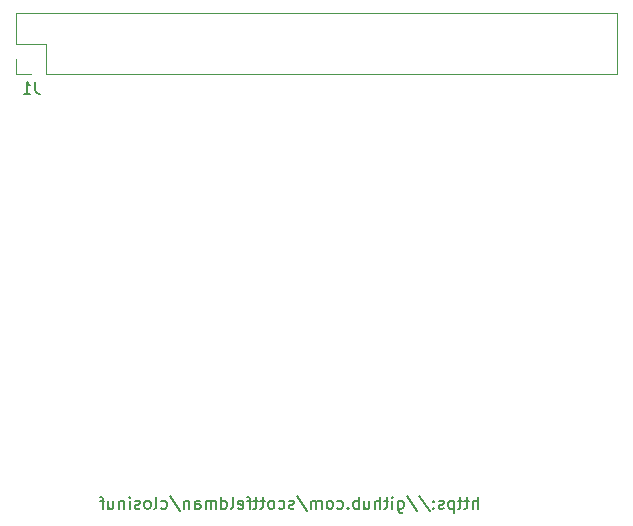
<source format=gbo>
%TF.GenerationSoftware,KiCad,Pcbnew,9.0.7*%
%TF.CreationDate,2026-01-29T23:32:27-08:00*%
%TF.ProjectId,encoders,656e636f-6465-4727-932e-6b696361645f,rev?*%
%TF.SameCoordinates,Original*%
%TF.FileFunction,Legend,Bot*%
%TF.FilePolarity,Positive*%
%FSLAX46Y46*%
G04 Gerber Fmt 4.6, Leading zero omitted, Abs format (unit mm)*
G04 Created by KiCad (PCBNEW 9.0.7) date 2026-01-29 23:32:27*
%MOMM*%
%LPD*%
G01*
G04 APERTURE LIST*
%ADD10C,0.150000*%
%ADD11C,0.120000*%
G04 APERTURE END LIST*
D10*
X146163220Y-86869819D02*
X146163220Y-85869819D01*
X145734649Y-86869819D02*
X145734649Y-86346009D01*
X145734649Y-86346009D02*
X145782268Y-86250771D01*
X145782268Y-86250771D02*
X145877506Y-86203152D01*
X145877506Y-86203152D02*
X146020363Y-86203152D01*
X146020363Y-86203152D02*
X146115601Y-86250771D01*
X146115601Y-86250771D02*
X146163220Y-86298390D01*
X145401315Y-86203152D02*
X145020363Y-86203152D01*
X145258458Y-85869819D02*
X145258458Y-86726961D01*
X145258458Y-86726961D02*
X145210839Y-86822200D01*
X145210839Y-86822200D02*
X145115601Y-86869819D01*
X145115601Y-86869819D02*
X145020363Y-86869819D01*
X144829886Y-86203152D02*
X144448934Y-86203152D01*
X144687029Y-85869819D02*
X144687029Y-86726961D01*
X144687029Y-86726961D02*
X144639410Y-86822200D01*
X144639410Y-86822200D02*
X144544172Y-86869819D01*
X144544172Y-86869819D02*
X144448934Y-86869819D01*
X144115600Y-86203152D02*
X144115600Y-87203152D01*
X144115600Y-86250771D02*
X144020362Y-86203152D01*
X144020362Y-86203152D02*
X143829886Y-86203152D01*
X143829886Y-86203152D02*
X143734648Y-86250771D01*
X143734648Y-86250771D02*
X143687029Y-86298390D01*
X143687029Y-86298390D02*
X143639410Y-86393628D01*
X143639410Y-86393628D02*
X143639410Y-86679342D01*
X143639410Y-86679342D02*
X143687029Y-86774580D01*
X143687029Y-86774580D02*
X143734648Y-86822200D01*
X143734648Y-86822200D02*
X143829886Y-86869819D01*
X143829886Y-86869819D02*
X144020362Y-86869819D01*
X144020362Y-86869819D02*
X144115600Y-86822200D01*
X143258457Y-86822200D02*
X143163219Y-86869819D01*
X143163219Y-86869819D02*
X142972743Y-86869819D01*
X142972743Y-86869819D02*
X142877505Y-86822200D01*
X142877505Y-86822200D02*
X142829886Y-86726961D01*
X142829886Y-86726961D02*
X142829886Y-86679342D01*
X142829886Y-86679342D02*
X142877505Y-86584104D01*
X142877505Y-86584104D02*
X142972743Y-86536485D01*
X142972743Y-86536485D02*
X143115600Y-86536485D01*
X143115600Y-86536485D02*
X143210838Y-86488866D01*
X143210838Y-86488866D02*
X143258457Y-86393628D01*
X143258457Y-86393628D02*
X143258457Y-86346009D01*
X143258457Y-86346009D02*
X143210838Y-86250771D01*
X143210838Y-86250771D02*
X143115600Y-86203152D01*
X143115600Y-86203152D02*
X142972743Y-86203152D01*
X142972743Y-86203152D02*
X142877505Y-86250771D01*
X142401314Y-86774580D02*
X142353695Y-86822200D01*
X142353695Y-86822200D02*
X142401314Y-86869819D01*
X142401314Y-86869819D02*
X142448933Y-86822200D01*
X142448933Y-86822200D02*
X142401314Y-86774580D01*
X142401314Y-86774580D02*
X142401314Y-86869819D01*
X142401314Y-86250771D02*
X142353695Y-86298390D01*
X142353695Y-86298390D02*
X142401314Y-86346009D01*
X142401314Y-86346009D02*
X142448933Y-86298390D01*
X142448933Y-86298390D02*
X142401314Y-86250771D01*
X142401314Y-86250771D02*
X142401314Y-86346009D01*
X141210839Y-85822200D02*
X142067981Y-87107914D01*
X140163220Y-85822200D02*
X141020362Y-87107914D01*
X139401315Y-86203152D02*
X139401315Y-87012676D01*
X139401315Y-87012676D02*
X139448934Y-87107914D01*
X139448934Y-87107914D02*
X139496553Y-87155533D01*
X139496553Y-87155533D02*
X139591791Y-87203152D01*
X139591791Y-87203152D02*
X139734648Y-87203152D01*
X139734648Y-87203152D02*
X139829886Y-87155533D01*
X139401315Y-86822200D02*
X139496553Y-86869819D01*
X139496553Y-86869819D02*
X139687029Y-86869819D01*
X139687029Y-86869819D02*
X139782267Y-86822200D01*
X139782267Y-86822200D02*
X139829886Y-86774580D01*
X139829886Y-86774580D02*
X139877505Y-86679342D01*
X139877505Y-86679342D02*
X139877505Y-86393628D01*
X139877505Y-86393628D02*
X139829886Y-86298390D01*
X139829886Y-86298390D02*
X139782267Y-86250771D01*
X139782267Y-86250771D02*
X139687029Y-86203152D01*
X139687029Y-86203152D02*
X139496553Y-86203152D01*
X139496553Y-86203152D02*
X139401315Y-86250771D01*
X138925124Y-86869819D02*
X138925124Y-86203152D01*
X138925124Y-85869819D02*
X138972743Y-85917438D01*
X138972743Y-85917438D02*
X138925124Y-85965057D01*
X138925124Y-85965057D02*
X138877505Y-85917438D01*
X138877505Y-85917438D02*
X138925124Y-85869819D01*
X138925124Y-85869819D02*
X138925124Y-85965057D01*
X138591791Y-86203152D02*
X138210839Y-86203152D01*
X138448934Y-85869819D02*
X138448934Y-86726961D01*
X138448934Y-86726961D02*
X138401315Y-86822200D01*
X138401315Y-86822200D02*
X138306077Y-86869819D01*
X138306077Y-86869819D02*
X138210839Y-86869819D01*
X137877505Y-86869819D02*
X137877505Y-85869819D01*
X137448934Y-86869819D02*
X137448934Y-86346009D01*
X137448934Y-86346009D02*
X137496553Y-86250771D01*
X137496553Y-86250771D02*
X137591791Y-86203152D01*
X137591791Y-86203152D02*
X137734648Y-86203152D01*
X137734648Y-86203152D02*
X137829886Y-86250771D01*
X137829886Y-86250771D02*
X137877505Y-86298390D01*
X136544172Y-86203152D02*
X136544172Y-86869819D01*
X136972743Y-86203152D02*
X136972743Y-86726961D01*
X136972743Y-86726961D02*
X136925124Y-86822200D01*
X136925124Y-86822200D02*
X136829886Y-86869819D01*
X136829886Y-86869819D02*
X136687029Y-86869819D01*
X136687029Y-86869819D02*
X136591791Y-86822200D01*
X136591791Y-86822200D02*
X136544172Y-86774580D01*
X136067981Y-86869819D02*
X136067981Y-85869819D01*
X136067981Y-86250771D02*
X135972743Y-86203152D01*
X135972743Y-86203152D02*
X135782267Y-86203152D01*
X135782267Y-86203152D02*
X135687029Y-86250771D01*
X135687029Y-86250771D02*
X135639410Y-86298390D01*
X135639410Y-86298390D02*
X135591791Y-86393628D01*
X135591791Y-86393628D02*
X135591791Y-86679342D01*
X135591791Y-86679342D02*
X135639410Y-86774580D01*
X135639410Y-86774580D02*
X135687029Y-86822200D01*
X135687029Y-86822200D02*
X135782267Y-86869819D01*
X135782267Y-86869819D02*
X135972743Y-86869819D01*
X135972743Y-86869819D02*
X136067981Y-86822200D01*
X135163219Y-86774580D02*
X135115600Y-86822200D01*
X135115600Y-86822200D02*
X135163219Y-86869819D01*
X135163219Y-86869819D02*
X135210838Y-86822200D01*
X135210838Y-86822200D02*
X135163219Y-86774580D01*
X135163219Y-86774580D02*
X135163219Y-86869819D01*
X134258458Y-86822200D02*
X134353696Y-86869819D01*
X134353696Y-86869819D02*
X134544172Y-86869819D01*
X134544172Y-86869819D02*
X134639410Y-86822200D01*
X134639410Y-86822200D02*
X134687029Y-86774580D01*
X134687029Y-86774580D02*
X134734648Y-86679342D01*
X134734648Y-86679342D02*
X134734648Y-86393628D01*
X134734648Y-86393628D02*
X134687029Y-86298390D01*
X134687029Y-86298390D02*
X134639410Y-86250771D01*
X134639410Y-86250771D02*
X134544172Y-86203152D01*
X134544172Y-86203152D02*
X134353696Y-86203152D01*
X134353696Y-86203152D02*
X134258458Y-86250771D01*
X133687029Y-86869819D02*
X133782267Y-86822200D01*
X133782267Y-86822200D02*
X133829886Y-86774580D01*
X133829886Y-86774580D02*
X133877505Y-86679342D01*
X133877505Y-86679342D02*
X133877505Y-86393628D01*
X133877505Y-86393628D02*
X133829886Y-86298390D01*
X133829886Y-86298390D02*
X133782267Y-86250771D01*
X133782267Y-86250771D02*
X133687029Y-86203152D01*
X133687029Y-86203152D02*
X133544172Y-86203152D01*
X133544172Y-86203152D02*
X133448934Y-86250771D01*
X133448934Y-86250771D02*
X133401315Y-86298390D01*
X133401315Y-86298390D02*
X133353696Y-86393628D01*
X133353696Y-86393628D02*
X133353696Y-86679342D01*
X133353696Y-86679342D02*
X133401315Y-86774580D01*
X133401315Y-86774580D02*
X133448934Y-86822200D01*
X133448934Y-86822200D02*
X133544172Y-86869819D01*
X133544172Y-86869819D02*
X133687029Y-86869819D01*
X132925124Y-86869819D02*
X132925124Y-86203152D01*
X132925124Y-86298390D02*
X132877505Y-86250771D01*
X132877505Y-86250771D02*
X132782267Y-86203152D01*
X132782267Y-86203152D02*
X132639410Y-86203152D01*
X132639410Y-86203152D02*
X132544172Y-86250771D01*
X132544172Y-86250771D02*
X132496553Y-86346009D01*
X132496553Y-86346009D02*
X132496553Y-86869819D01*
X132496553Y-86346009D02*
X132448934Y-86250771D01*
X132448934Y-86250771D02*
X132353696Y-86203152D01*
X132353696Y-86203152D02*
X132210839Y-86203152D01*
X132210839Y-86203152D02*
X132115600Y-86250771D01*
X132115600Y-86250771D02*
X132067981Y-86346009D01*
X132067981Y-86346009D02*
X132067981Y-86869819D01*
X130877506Y-85822200D02*
X131734648Y-87107914D01*
X130591791Y-86822200D02*
X130496553Y-86869819D01*
X130496553Y-86869819D02*
X130306077Y-86869819D01*
X130306077Y-86869819D02*
X130210839Y-86822200D01*
X130210839Y-86822200D02*
X130163220Y-86726961D01*
X130163220Y-86726961D02*
X130163220Y-86679342D01*
X130163220Y-86679342D02*
X130210839Y-86584104D01*
X130210839Y-86584104D02*
X130306077Y-86536485D01*
X130306077Y-86536485D02*
X130448934Y-86536485D01*
X130448934Y-86536485D02*
X130544172Y-86488866D01*
X130544172Y-86488866D02*
X130591791Y-86393628D01*
X130591791Y-86393628D02*
X130591791Y-86346009D01*
X130591791Y-86346009D02*
X130544172Y-86250771D01*
X130544172Y-86250771D02*
X130448934Y-86203152D01*
X130448934Y-86203152D02*
X130306077Y-86203152D01*
X130306077Y-86203152D02*
X130210839Y-86250771D01*
X129306077Y-86822200D02*
X129401315Y-86869819D01*
X129401315Y-86869819D02*
X129591791Y-86869819D01*
X129591791Y-86869819D02*
X129687029Y-86822200D01*
X129687029Y-86822200D02*
X129734648Y-86774580D01*
X129734648Y-86774580D02*
X129782267Y-86679342D01*
X129782267Y-86679342D02*
X129782267Y-86393628D01*
X129782267Y-86393628D02*
X129734648Y-86298390D01*
X129734648Y-86298390D02*
X129687029Y-86250771D01*
X129687029Y-86250771D02*
X129591791Y-86203152D01*
X129591791Y-86203152D02*
X129401315Y-86203152D01*
X129401315Y-86203152D02*
X129306077Y-86250771D01*
X128734648Y-86869819D02*
X128829886Y-86822200D01*
X128829886Y-86822200D02*
X128877505Y-86774580D01*
X128877505Y-86774580D02*
X128925124Y-86679342D01*
X128925124Y-86679342D02*
X128925124Y-86393628D01*
X128925124Y-86393628D02*
X128877505Y-86298390D01*
X128877505Y-86298390D02*
X128829886Y-86250771D01*
X128829886Y-86250771D02*
X128734648Y-86203152D01*
X128734648Y-86203152D02*
X128591791Y-86203152D01*
X128591791Y-86203152D02*
X128496553Y-86250771D01*
X128496553Y-86250771D02*
X128448934Y-86298390D01*
X128448934Y-86298390D02*
X128401315Y-86393628D01*
X128401315Y-86393628D02*
X128401315Y-86679342D01*
X128401315Y-86679342D02*
X128448934Y-86774580D01*
X128448934Y-86774580D02*
X128496553Y-86822200D01*
X128496553Y-86822200D02*
X128591791Y-86869819D01*
X128591791Y-86869819D02*
X128734648Y-86869819D01*
X128115600Y-86203152D02*
X127734648Y-86203152D01*
X127972743Y-85869819D02*
X127972743Y-86726961D01*
X127972743Y-86726961D02*
X127925124Y-86822200D01*
X127925124Y-86822200D02*
X127829886Y-86869819D01*
X127829886Y-86869819D02*
X127734648Y-86869819D01*
X127544171Y-86203152D02*
X127163219Y-86203152D01*
X127401314Y-85869819D02*
X127401314Y-86726961D01*
X127401314Y-86726961D02*
X127353695Y-86822200D01*
X127353695Y-86822200D02*
X127258457Y-86869819D01*
X127258457Y-86869819D02*
X127163219Y-86869819D01*
X126972742Y-86203152D02*
X126591790Y-86203152D01*
X126829885Y-86869819D02*
X126829885Y-86012676D01*
X126829885Y-86012676D02*
X126782266Y-85917438D01*
X126782266Y-85917438D02*
X126687028Y-85869819D01*
X126687028Y-85869819D02*
X126591790Y-85869819D01*
X125877504Y-86822200D02*
X125972742Y-86869819D01*
X125972742Y-86869819D02*
X126163218Y-86869819D01*
X126163218Y-86869819D02*
X126258456Y-86822200D01*
X126258456Y-86822200D02*
X126306075Y-86726961D01*
X126306075Y-86726961D02*
X126306075Y-86346009D01*
X126306075Y-86346009D02*
X126258456Y-86250771D01*
X126258456Y-86250771D02*
X126163218Y-86203152D01*
X126163218Y-86203152D02*
X125972742Y-86203152D01*
X125972742Y-86203152D02*
X125877504Y-86250771D01*
X125877504Y-86250771D02*
X125829885Y-86346009D01*
X125829885Y-86346009D02*
X125829885Y-86441247D01*
X125829885Y-86441247D02*
X126306075Y-86536485D01*
X125258456Y-86869819D02*
X125353694Y-86822200D01*
X125353694Y-86822200D02*
X125401313Y-86726961D01*
X125401313Y-86726961D02*
X125401313Y-85869819D01*
X124448932Y-86869819D02*
X124448932Y-85869819D01*
X124448932Y-86822200D02*
X124544170Y-86869819D01*
X124544170Y-86869819D02*
X124734646Y-86869819D01*
X124734646Y-86869819D02*
X124829884Y-86822200D01*
X124829884Y-86822200D02*
X124877503Y-86774580D01*
X124877503Y-86774580D02*
X124925122Y-86679342D01*
X124925122Y-86679342D02*
X124925122Y-86393628D01*
X124925122Y-86393628D02*
X124877503Y-86298390D01*
X124877503Y-86298390D02*
X124829884Y-86250771D01*
X124829884Y-86250771D02*
X124734646Y-86203152D01*
X124734646Y-86203152D02*
X124544170Y-86203152D01*
X124544170Y-86203152D02*
X124448932Y-86250771D01*
X123972741Y-86869819D02*
X123972741Y-86203152D01*
X123972741Y-86298390D02*
X123925122Y-86250771D01*
X123925122Y-86250771D02*
X123829884Y-86203152D01*
X123829884Y-86203152D02*
X123687027Y-86203152D01*
X123687027Y-86203152D02*
X123591789Y-86250771D01*
X123591789Y-86250771D02*
X123544170Y-86346009D01*
X123544170Y-86346009D02*
X123544170Y-86869819D01*
X123544170Y-86346009D02*
X123496551Y-86250771D01*
X123496551Y-86250771D02*
X123401313Y-86203152D01*
X123401313Y-86203152D02*
X123258456Y-86203152D01*
X123258456Y-86203152D02*
X123163217Y-86250771D01*
X123163217Y-86250771D02*
X123115598Y-86346009D01*
X123115598Y-86346009D02*
X123115598Y-86869819D01*
X122210837Y-86869819D02*
X122210837Y-86346009D01*
X122210837Y-86346009D02*
X122258456Y-86250771D01*
X122258456Y-86250771D02*
X122353694Y-86203152D01*
X122353694Y-86203152D02*
X122544170Y-86203152D01*
X122544170Y-86203152D02*
X122639408Y-86250771D01*
X122210837Y-86822200D02*
X122306075Y-86869819D01*
X122306075Y-86869819D02*
X122544170Y-86869819D01*
X122544170Y-86869819D02*
X122639408Y-86822200D01*
X122639408Y-86822200D02*
X122687027Y-86726961D01*
X122687027Y-86726961D02*
X122687027Y-86631723D01*
X122687027Y-86631723D02*
X122639408Y-86536485D01*
X122639408Y-86536485D02*
X122544170Y-86488866D01*
X122544170Y-86488866D02*
X122306075Y-86488866D01*
X122306075Y-86488866D02*
X122210837Y-86441247D01*
X121734646Y-86203152D02*
X121734646Y-86869819D01*
X121734646Y-86298390D02*
X121687027Y-86250771D01*
X121687027Y-86250771D02*
X121591789Y-86203152D01*
X121591789Y-86203152D02*
X121448932Y-86203152D01*
X121448932Y-86203152D02*
X121353694Y-86250771D01*
X121353694Y-86250771D02*
X121306075Y-86346009D01*
X121306075Y-86346009D02*
X121306075Y-86869819D01*
X120115599Y-85822200D02*
X120972741Y-87107914D01*
X119353694Y-86822200D02*
X119448932Y-86869819D01*
X119448932Y-86869819D02*
X119639408Y-86869819D01*
X119639408Y-86869819D02*
X119734646Y-86822200D01*
X119734646Y-86822200D02*
X119782265Y-86774580D01*
X119782265Y-86774580D02*
X119829884Y-86679342D01*
X119829884Y-86679342D02*
X119829884Y-86393628D01*
X119829884Y-86393628D02*
X119782265Y-86298390D01*
X119782265Y-86298390D02*
X119734646Y-86250771D01*
X119734646Y-86250771D02*
X119639408Y-86203152D01*
X119639408Y-86203152D02*
X119448932Y-86203152D01*
X119448932Y-86203152D02*
X119353694Y-86250771D01*
X118782265Y-86869819D02*
X118877503Y-86822200D01*
X118877503Y-86822200D02*
X118925122Y-86726961D01*
X118925122Y-86726961D02*
X118925122Y-85869819D01*
X118258455Y-86869819D02*
X118353693Y-86822200D01*
X118353693Y-86822200D02*
X118401312Y-86774580D01*
X118401312Y-86774580D02*
X118448931Y-86679342D01*
X118448931Y-86679342D02*
X118448931Y-86393628D01*
X118448931Y-86393628D02*
X118401312Y-86298390D01*
X118401312Y-86298390D02*
X118353693Y-86250771D01*
X118353693Y-86250771D02*
X118258455Y-86203152D01*
X118258455Y-86203152D02*
X118115598Y-86203152D01*
X118115598Y-86203152D02*
X118020360Y-86250771D01*
X118020360Y-86250771D02*
X117972741Y-86298390D01*
X117972741Y-86298390D02*
X117925122Y-86393628D01*
X117925122Y-86393628D02*
X117925122Y-86679342D01*
X117925122Y-86679342D02*
X117972741Y-86774580D01*
X117972741Y-86774580D02*
X118020360Y-86822200D01*
X118020360Y-86822200D02*
X118115598Y-86869819D01*
X118115598Y-86869819D02*
X118258455Y-86869819D01*
X117544169Y-86822200D02*
X117448931Y-86869819D01*
X117448931Y-86869819D02*
X117258455Y-86869819D01*
X117258455Y-86869819D02*
X117163217Y-86822200D01*
X117163217Y-86822200D02*
X117115598Y-86726961D01*
X117115598Y-86726961D02*
X117115598Y-86679342D01*
X117115598Y-86679342D02*
X117163217Y-86584104D01*
X117163217Y-86584104D02*
X117258455Y-86536485D01*
X117258455Y-86536485D02*
X117401312Y-86536485D01*
X117401312Y-86536485D02*
X117496550Y-86488866D01*
X117496550Y-86488866D02*
X117544169Y-86393628D01*
X117544169Y-86393628D02*
X117544169Y-86346009D01*
X117544169Y-86346009D02*
X117496550Y-86250771D01*
X117496550Y-86250771D02*
X117401312Y-86203152D01*
X117401312Y-86203152D02*
X117258455Y-86203152D01*
X117258455Y-86203152D02*
X117163217Y-86250771D01*
X116687026Y-86869819D02*
X116687026Y-86203152D01*
X116687026Y-85869819D02*
X116734645Y-85917438D01*
X116734645Y-85917438D02*
X116687026Y-85965057D01*
X116687026Y-85965057D02*
X116639407Y-85917438D01*
X116639407Y-85917438D02*
X116687026Y-85869819D01*
X116687026Y-85869819D02*
X116687026Y-85965057D01*
X116210836Y-86203152D02*
X116210836Y-86869819D01*
X116210836Y-86298390D02*
X116163217Y-86250771D01*
X116163217Y-86250771D02*
X116067979Y-86203152D01*
X116067979Y-86203152D02*
X115925122Y-86203152D01*
X115925122Y-86203152D02*
X115829884Y-86250771D01*
X115829884Y-86250771D02*
X115782265Y-86346009D01*
X115782265Y-86346009D02*
X115782265Y-86869819D01*
X114877503Y-86203152D02*
X114877503Y-86869819D01*
X115306074Y-86203152D02*
X115306074Y-86726961D01*
X115306074Y-86726961D02*
X115258455Y-86822200D01*
X115258455Y-86822200D02*
X115163217Y-86869819D01*
X115163217Y-86869819D02*
X115020360Y-86869819D01*
X115020360Y-86869819D02*
X114925122Y-86822200D01*
X114925122Y-86822200D02*
X114877503Y-86774580D01*
X114544169Y-86203152D02*
X114163217Y-86203152D01*
X114401312Y-86869819D02*
X114401312Y-86012676D01*
X114401312Y-86012676D02*
X114353693Y-85917438D01*
X114353693Y-85917438D02*
X114258455Y-85869819D01*
X114258455Y-85869819D02*
X114163217Y-85869819D01*
X108703333Y-50724819D02*
X108703333Y-51439104D01*
X108703333Y-51439104D02*
X108750952Y-51581961D01*
X108750952Y-51581961D02*
X108846190Y-51677200D01*
X108846190Y-51677200D02*
X108989047Y-51724819D01*
X108989047Y-51724819D02*
X109084285Y-51724819D01*
X107703333Y-51724819D02*
X108274761Y-51724819D01*
X107989047Y-51724819D02*
X107989047Y-50724819D01*
X107989047Y-50724819D02*
X108084285Y-50867676D01*
X108084285Y-50867676D02*
X108179523Y-50962914D01*
X108179523Y-50962914D02*
X108274761Y-51010533D01*
D11*
X107040000Y-44900000D02*
X107040000Y-47500000D01*
X107040000Y-44900000D02*
X157960000Y-44900000D01*
X107040000Y-47500000D02*
X109640000Y-47500000D01*
X107040000Y-48770000D02*
X107040000Y-50100000D01*
X107040000Y-50100000D02*
X108370000Y-50100000D01*
X109640000Y-47500000D02*
X109640000Y-50100000D01*
X109640000Y-50100000D02*
X157960000Y-50100000D01*
X157960000Y-44900000D02*
X157960000Y-50100000D01*
M02*

</source>
